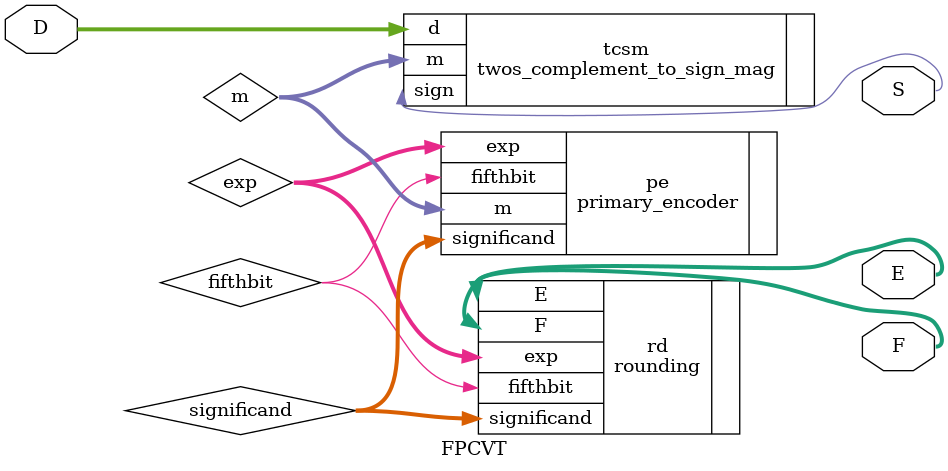
<source format=v>
`timescale 1ns / 1ps

module FPCVT(D, S, E, F
    );
    
    input [11:0] D;
    wire [11:0] m;
    wire [2:0] exp;
    wire [3:0] significand;
    output wire S;
    output wire [2:0] E;
    output wire [3:0] F;
    
    twos_complement_to_sign_mag tcsm(
        .d(D),
        .m(m),
        .sign(S)
    );
    
    primary_encoder pe(
        .m(m),
        .exp(exp),
        .significand(significand),
        .fifthbit(fifthbit)
    );
    
    rounding rd(
        .exp(exp),
        .significand(significand),
        .fifthbit(fifthbit),
        .E(E),
        .F(F)
    );
endmodule

</source>
